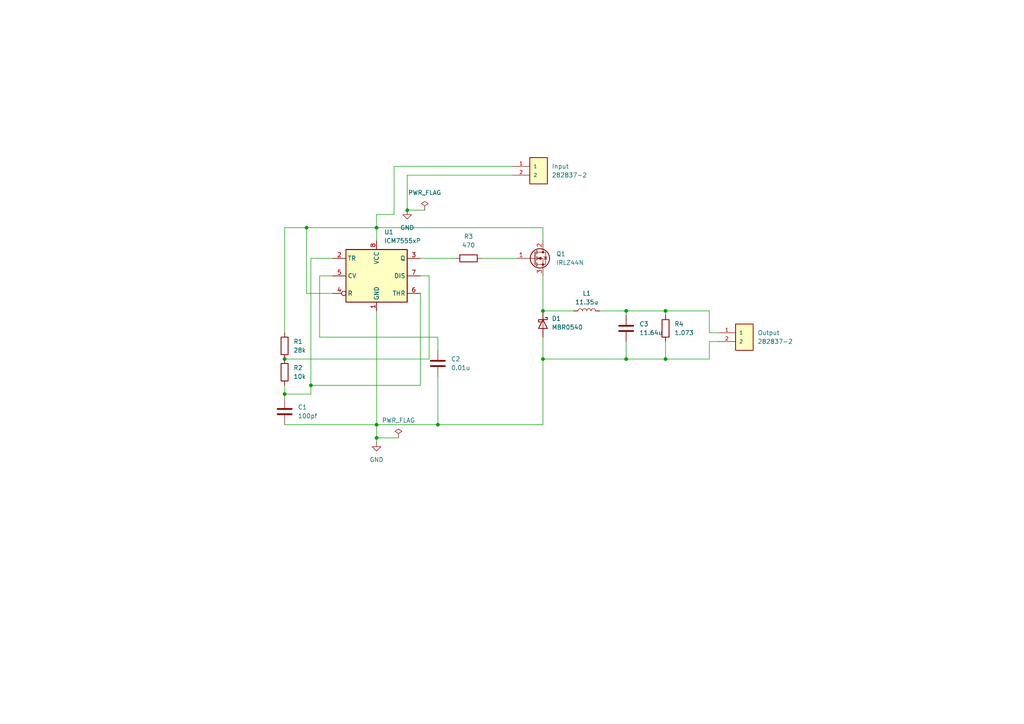
<source format=kicad_sch>
(kicad_sch
	(version 20231120)
	(generator "eeschema")
	(generator_version "8.0")
	(uuid "a003944b-a54f-4c78-8a74-df69c1a22149")
	(paper "A4")
	(lib_symbols
		(symbol "282837-2:282837-2"
			(pin_names
				(offset 1.016)
			)
			(exclude_from_sim no)
			(in_bom yes)
			(on_board yes)
			(property "Reference" "P"
				(at -2.5406 2.5438 0)
				(effects
					(font
						(size 1.27 1.27)
					)
					(justify left bottom)
				)
			)
			(property "Value" "282837-2"
				(at -2.5424 -6.3745 0)
				(effects
					(font
						(size 1.27 1.27)
					)
					(justify left bottom)
				)
			)
			(property "Footprint" "282837-2:TE_282837-2"
				(at 0 0 0)
				(effects
					(font
						(size 1.27 1.27)
					)
					(justify bottom)
					(hide yes)
				)
			)
			(property "Datasheet" ""
				(at 0 0 0)
				(effects
					(font
						(size 1.27 1.27)
					)
					(hide yes)
				)
			)
			(property "Description" ""
				(at 0 0 0)
				(effects
					(font
						(size 1.27 1.27)
					)
					(hide yes)
				)
			)
			(property "Comment" "282837-2"
				(at 0 0 0)
				(effects
					(font
						(size 1.27 1.27)
					)
					(justify bottom)
					(hide yes)
				)
			)
			(property "MF" "TE Connectivity"
				(at 0 0 0)
				(effects
					(font
						(size 1.27 1.27)
					)
					(justify bottom)
					(hide yes)
				)
			)
			(property "DESCRIPTION" "TERMINAL BLOCK 3.5MM 2POS PCB"
				(at 0 0 0)
				(effects
					(font
						(size 1.27 1.27)
					)
					(justify bottom)
					(hide yes)
				)
			)
			(property "PACKAGE" "None"
				(at 0 0 0)
				(effects
					(font
						(size 1.27 1.27)
					)
					(justify bottom)
					(hide yes)
				)
			)
			(property "PRICE" "0.28 USD"
				(at 0 0 0)
				(effects
					(font
						(size 1.27 1.27)
					)
					(justify bottom)
					(hide yes)
				)
			)
			(property "Package" "None"
				(at 0 0 0)
				(effects
					(font
						(size 1.27 1.27)
					)
					(justify bottom)
					(hide yes)
				)
			)
			(property "Check_prices" "https://www.snapeda.com/parts/282837-2/TE+Connectivity+AMP+Connectors/view-part/?ref=eda"
				(at 0 0 0)
				(effects
					(font
						(size 1.27 1.27)
					)
					(justify bottom)
					(hide yes)
				)
			)
			(property "Price" "None"
				(at 0 0 0)
				(effects
					(font
						(size 1.27 1.27)
					)
					(justify bottom)
					(hide yes)
				)
			)
			(property "PARTREV" "G3"
				(at 0 0 0)
				(effects
					(font
						(size 1.27 1.27)
					)
					(justify bottom)
					(hide yes)
				)
			)
			(property "SnapEDA_Link" "https://www.snapeda.com/parts/282837-2/TE+Connectivity+AMP+Connectors/view-part/?ref=snap"
				(at 0 0 0)
				(effects
					(font
						(size 1.27 1.27)
					)
					(justify bottom)
					(hide yes)
				)
			)
			(property "MP" "282837-2"
				(at 0 0 0)
				(effects
					(font
						(size 1.27 1.27)
					)
					(justify bottom)
					(hide yes)
				)
			)
			(property "Availability" "In Stock"
				(at 0 0 0)
				(effects
					(font
						(size 1.27 1.27)
					)
					(justify bottom)
					(hide yes)
				)
			)
			(property "AVAILABILITY" "Good"
				(at 0 0 0)
				(effects
					(font
						(size 1.27 1.27)
					)
					(justify bottom)
					(hide yes)
				)
			)
			(property "Description_1" "\nTerminal Block Connector Wire Receptacle 2 5.08 mm 30-16 AWG Green 13.5 A 250 V | TE Connectivity 282837-2\n"
				(at 0 0 0)
				(effects
					(font
						(size 1.27 1.27)
					)
					(justify bottom)
					(hide yes)
				)
			)
			(symbol "282837-2_0_0"
				(rectangle
					(start -2.54 -5.08)
					(end 2.54 2.54)
					(stroke
						(width 0.254)
						(type default)
					)
					(fill
						(type background)
					)
				)
				(pin passive line
					(at -7.62 0 0)
					(length 5.08)
					(name "1"
						(effects
							(font
								(size 1.016 1.016)
							)
						)
					)
					(number "1"
						(effects
							(font
								(size 1.016 1.016)
							)
						)
					)
				)
				(pin passive line
					(at -7.62 -2.54 0)
					(length 5.08)
					(name "2"
						(effects
							(font
								(size 1.016 1.016)
							)
						)
					)
					(number "2"
						(effects
							(font
								(size 1.016 1.016)
							)
						)
					)
				)
			)
		)
		(symbol "Device:C"
			(pin_numbers hide)
			(pin_names
				(offset 0.254)
			)
			(exclude_from_sim no)
			(in_bom yes)
			(on_board yes)
			(property "Reference" "C"
				(at 0.635 2.54 0)
				(effects
					(font
						(size 1.27 1.27)
					)
					(justify left)
				)
			)
			(property "Value" "C"
				(at 0.635 -2.54 0)
				(effects
					(font
						(size 1.27 1.27)
					)
					(justify left)
				)
			)
			(property "Footprint" ""
				(at 0.9652 -3.81 0)
				(effects
					(font
						(size 1.27 1.27)
					)
					(hide yes)
				)
			)
			(property "Datasheet" "~"
				(at 0 0 0)
				(effects
					(font
						(size 1.27 1.27)
					)
					(hide yes)
				)
			)
			(property "Description" "Unpolarized capacitor"
				(at 0 0 0)
				(effects
					(font
						(size 1.27 1.27)
					)
					(hide yes)
				)
			)
			(property "ki_keywords" "cap capacitor"
				(at 0 0 0)
				(effects
					(font
						(size 1.27 1.27)
					)
					(hide yes)
				)
			)
			(property "ki_fp_filters" "C_*"
				(at 0 0 0)
				(effects
					(font
						(size 1.27 1.27)
					)
					(hide yes)
				)
			)
			(symbol "C_0_1"
				(polyline
					(pts
						(xy -2.032 -0.762) (xy 2.032 -0.762)
					)
					(stroke
						(width 0.508)
						(type default)
					)
					(fill
						(type none)
					)
				)
				(polyline
					(pts
						(xy -2.032 0.762) (xy 2.032 0.762)
					)
					(stroke
						(width 0.508)
						(type default)
					)
					(fill
						(type none)
					)
				)
			)
			(symbol "C_1_1"
				(pin passive line
					(at 0 3.81 270)
					(length 2.794)
					(name "~"
						(effects
							(font
								(size 1.27 1.27)
							)
						)
					)
					(number "1"
						(effects
							(font
								(size 1.27 1.27)
							)
						)
					)
				)
				(pin passive line
					(at 0 -3.81 90)
					(length 2.794)
					(name "~"
						(effects
							(font
								(size 1.27 1.27)
							)
						)
					)
					(number "2"
						(effects
							(font
								(size 1.27 1.27)
							)
						)
					)
				)
			)
		)
		(symbol "Device:L"
			(pin_numbers hide)
			(pin_names
				(offset 1.016) hide)
			(exclude_from_sim no)
			(in_bom yes)
			(on_board yes)
			(property "Reference" "L"
				(at -1.27 0 90)
				(effects
					(font
						(size 1.27 1.27)
					)
				)
			)
			(property "Value" "L"
				(at 1.905 0 90)
				(effects
					(font
						(size 1.27 1.27)
					)
				)
			)
			(property "Footprint" ""
				(at 0 0 0)
				(effects
					(font
						(size 1.27 1.27)
					)
					(hide yes)
				)
			)
			(property "Datasheet" "~"
				(at 0 0 0)
				(effects
					(font
						(size 1.27 1.27)
					)
					(hide yes)
				)
			)
			(property "Description" "Inductor"
				(at 0 0 0)
				(effects
					(font
						(size 1.27 1.27)
					)
					(hide yes)
				)
			)
			(property "ki_keywords" "inductor choke coil reactor magnetic"
				(at 0 0 0)
				(effects
					(font
						(size 1.27 1.27)
					)
					(hide yes)
				)
			)
			(property "ki_fp_filters" "Choke_* *Coil* Inductor_* L_*"
				(at 0 0 0)
				(effects
					(font
						(size 1.27 1.27)
					)
					(hide yes)
				)
			)
			(symbol "L_0_1"
				(arc
					(start 0 -2.54)
					(mid 0.6323 -1.905)
					(end 0 -1.27)
					(stroke
						(width 0)
						(type default)
					)
					(fill
						(type none)
					)
				)
				(arc
					(start 0 -1.27)
					(mid 0.6323 -0.635)
					(end 0 0)
					(stroke
						(width 0)
						(type default)
					)
					(fill
						(type none)
					)
				)
				(arc
					(start 0 0)
					(mid 0.6323 0.635)
					(end 0 1.27)
					(stroke
						(width 0)
						(type default)
					)
					(fill
						(type none)
					)
				)
				(arc
					(start 0 1.27)
					(mid 0.6323 1.905)
					(end 0 2.54)
					(stroke
						(width 0)
						(type default)
					)
					(fill
						(type none)
					)
				)
			)
			(symbol "L_1_1"
				(pin passive line
					(at 0 3.81 270)
					(length 1.27)
					(name "1"
						(effects
							(font
								(size 1.27 1.27)
							)
						)
					)
					(number "1"
						(effects
							(font
								(size 1.27 1.27)
							)
						)
					)
				)
				(pin passive line
					(at 0 -3.81 90)
					(length 1.27)
					(name "2"
						(effects
							(font
								(size 1.27 1.27)
							)
						)
					)
					(number "2"
						(effects
							(font
								(size 1.27 1.27)
							)
						)
					)
				)
			)
		)
		(symbol "Device:R"
			(pin_numbers hide)
			(pin_names
				(offset 0)
			)
			(exclude_from_sim no)
			(in_bom yes)
			(on_board yes)
			(property "Reference" "R"
				(at 2.032 0 90)
				(effects
					(font
						(size 1.27 1.27)
					)
				)
			)
			(property "Value" "R"
				(at 0 0 90)
				(effects
					(font
						(size 1.27 1.27)
					)
				)
			)
			(property "Footprint" ""
				(at -1.778 0 90)
				(effects
					(font
						(size 1.27 1.27)
					)
					(hide yes)
				)
			)
			(property "Datasheet" "~"
				(at 0 0 0)
				(effects
					(font
						(size 1.27 1.27)
					)
					(hide yes)
				)
			)
			(property "Description" "Resistor"
				(at 0 0 0)
				(effects
					(font
						(size 1.27 1.27)
					)
					(hide yes)
				)
			)
			(property "ki_keywords" "R res resistor"
				(at 0 0 0)
				(effects
					(font
						(size 1.27 1.27)
					)
					(hide yes)
				)
			)
			(property "ki_fp_filters" "R_*"
				(at 0 0 0)
				(effects
					(font
						(size 1.27 1.27)
					)
					(hide yes)
				)
			)
			(symbol "R_0_1"
				(rectangle
					(start -1.016 -2.54)
					(end 1.016 2.54)
					(stroke
						(width 0.254)
						(type default)
					)
					(fill
						(type none)
					)
				)
			)
			(symbol "R_1_1"
				(pin passive line
					(at 0 3.81 270)
					(length 1.27)
					(name "~"
						(effects
							(font
								(size 1.27 1.27)
							)
						)
					)
					(number "1"
						(effects
							(font
								(size 1.27 1.27)
							)
						)
					)
				)
				(pin passive line
					(at 0 -3.81 90)
					(length 1.27)
					(name "~"
						(effects
							(font
								(size 1.27 1.27)
							)
						)
					)
					(number "2"
						(effects
							(font
								(size 1.27 1.27)
							)
						)
					)
				)
			)
		)
		(symbol "Diode:MBR0540"
			(pin_numbers hide)
			(pin_names
				(offset 1.016) hide)
			(exclude_from_sim no)
			(in_bom yes)
			(on_board yes)
			(property "Reference" "D"
				(at 0 2.54 0)
				(effects
					(font
						(size 1.27 1.27)
					)
				)
			)
			(property "Value" "MBR0540"
				(at 0 -2.54 0)
				(effects
					(font
						(size 1.27 1.27)
					)
				)
			)
			(property "Footprint" "Diode_SMD:D_SOD-123"
				(at 0 -4.445 0)
				(effects
					(font
						(size 1.27 1.27)
					)
					(hide yes)
				)
			)
			(property "Datasheet" "http://www.mccsemi.com/up_pdf/MBR0520~MBR0580(SOD123).pdf"
				(at 0 0 0)
				(effects
					(font
						(size 1.27 1.27)
					)
					(hide yes)
				)
			)
			(property "Description" "40V 0.5A Schottky Power Rectifier Diode, SOD-123"
				(at 0 0 0)
				(effects
					(font
						(size 1.27 1.27)
					)
					(hide yes)
				)
			)
			(property "ki_keywords" "diode Schottky"
				(at 0 0 0)
				(effects
					(font
						(size 1.27 1.27)
					)
					(hide yes)
				)
			)
			(property "ki_fp_filters" "D*SOD?123*"
				(at 0 0 0)
				(effects
					(font
						(size 1.27 1.27)
					)
					(hide yes)
				)
			)
			(symbol "MBR0540_0_1"
				(polyline
					(pts
						(xy 1.27 0) (xy -1.27 0)
					)
					(stroke
						(width 0)
						(type default)
					)
					(fill
						(type none)
					)
				)
				(polyline
					(pts
						(xy 1.27 1.27) (xy 1.27 -1.27) (xy -1.27 0) (xy 1.27 1.27)
					)
					(stroke
						(width 0.254)
						(type default)
					)
					(fill
						(type none)
					)
				)
				(polyline
					(pts
						(xy -1.905 0.635) (xy -1.905 1.27) (xy -1.27 1.27) (xy -1.27 -1.27) (xy -0.635 -1.27) (xy -0.635 -0.635)
					)
					(stroke
						(width 0.254)
						(type default)
					)
					(fill
						(type none)
					)
				)
			)
			(symbol "MBR0540_1_1"
				(pin passive line
					(at -3.81 0 0)
					(length 2.54)
					(name "K"
						(effects
							(font
								(size 1.27 1.27)
							)
						)
					)
					(number "1"
						(effects
							(font
								(size 1.27 1.27)
							)
						)
					)
				)
				(pin passive line
					(at 3.81 0 180)
					(length 2.54)
					(name "A"
						(effects
							(font
								(size 1.27 1.27)
							)
						)
					)
					(number "2"
						(effects
							(font
								(size 1.27 1.27)
							)
						)
					)
				)
			)
		)
		(symbol "Timer:ICM7555xP"
			(exclude_from_sim no)
			(in_bom yes)
			(on_board yes)
			(property "Reference" "U"
				(at -10.16 8.89 0)
				(effects
					(font
						(size 1.27 1.27)
					)
					(justify left)
				)
			)
			(property "Value" "ICM7555xP"
				(at 2.54 8.89 0)
				(effects
					(font
						(size 1.27 1.27)
					)
					(justify left)
				)
			)
			(property "Footprint" "Package_DIP:DIP-8_W7.62mm"
				(at 16.51 -10.16 0)
				(effects
					(font
						(size 1.27 1.27)
					)
					(hide yes)
				)
			)
			(property "Datasheet" "http://www.intersil.com/content/dam/Intersil/documents/icm7/icm7555-56.pdf"
				(at 21.59 -10.16 0)
				(effects
					(font
						(size 1.27 1.27)
					)
					(hide yes)
				)
			)
			(property "Description" "CMOS General Purpose Timer, 555 compatible, PDIP-8"
				(at 0 0 0)
				(effects
					(font
						(size 1.27 1.27)
					)
					(hide yes)
				)
			)
			(property "ki_keywords" "single timer 555"
				(at 0 0 0)
				(effects
					(font
						(size 1.27 1.27)
					)
					(hide yes)
				)
			)
			(property "ki_fp_filters" "DIP*W7.62mm*"
				(at 0 0 0)
				(effects
					(font
						(size 1.27 1.27)
					)
					(hide yes)
				)
			)
			(symbol "ICM7555xP_0_0"
				(pin power_in line
					(at 0 -10.16 90)
					(length 2.54)
					(name "GND"
						(effects
							(font
								(size 1.27 1.27)
							)
						)
					)
					(number "1"
						(effects
							(font
								(size 1.27 1.27)
							)
						)
					)
				)
				(pin power_in line
					(at 0 10.16 270)
					(length 2.54)
					(name "VCC"
						(effects
							(font
								(size 1.27 1.27)
							)
						)
					)
					(number "8"
						(effects
							(font
								(size 1.27 1.27)
							)
						)
					)
				)
			)
			(symbol "ICM7555xP_0_1"
				(rectangle
					(start -8.89 -7.62)
					(end 8.89 7.62)
					(stroke
						(width 0.254)
						(type default)
					)
					(fill
						(type background)
					)
				)
				(rectangle
					(start -8.89 -7.62)
					(end 8.89 7.62)
					(stroke
						(width 0.254)
						(type default)
					)
					(fill
						(type background)
					)
				)
			)
			(symbol "ICM7555xP_1_1"
				(pin input line
					(at -12.7 5.08 0)
					(length 3.81)
					(name "TR"
						(effects
							(font
								(size 1.27 1.27)
							)
						)
					)
					(number "2"
						(effects
							(font
								(size 1.27 1.27)
							)
						)
					)
				)
				(pin output line
					(at 12.7 5.08 180)
					(length 3.81)
					(name "Q"
						(effects
							(font
								(size 1.27 1.27)
							)
						)
					)
					(number "3"
						(effects
							(font
								(size 1.27 1.27)
							)
						)
					)
				)
				(pin input inverted
					(at -12.7 -5.08 0)
					(length 3.81)
					(name "R"
						(effects
							(font
								(size 1.27 1.27)
							)
						)
					)
					(number "4"
						(effects
							(font
								(size 1.27 1.27)
							)
						)
					)
				)
				(pin input line
					(at -12.7 0 0)
					(length 3.81)
					(name "CV"
						(effects
							(font
								(size 1.27 1.27)
							)
						)
					)
					(number "5"
						(effects
							(font
								(size 1.27 1.27)
							)
						)
					)
				)
				(pin input line
					(at 12.7 -5.08 180)
					(length 3.81)
					(name "THR"
						(effects
							(font
								(size 1.27 1.27)
							)
						)
					)
					(number "6"
						(effects
							(font
								(size 1.27 1.27)
							)
						)
					)
				)
				(pin input line
					(at 12.7 0 180)
					(length 3.81)
					(name "DIS"
						(effects
							(font
								(size 1.27 1.27)
							)
						)
					)
					(number "7"
						(effects
							(font
								(size 1.27 1.27)
							)
						)
					)
				)
			)
		)
		(symbol "Transistor_FET:IRLZ44N"
			(pin_names hide)
			(exclude_from_sim no)
			(in_bom yes)
			(on_board yes)
			(property "Reference" "Q"
				(at 5.08 1.905 0)
				(effects
					(font
						(size 1.27 1.27)
					)
					(justify left)
				)
			)
			(property "Value" "IRLZ44N"
				(at 5.08 0 0)
				(effects
					(font
						(size 1.27 1.27)
					)
					(justify left)
				)
			)
			(property "Footprint" "Package_TO_SOT_THT:TO-220-3_Vertical"
				(at 5.08 -1.905 0)
				(effects
					(font
						(size 1.27 1.27)
						(italic yes)
					)
					(justify left)
					(hide yes)
				)
			)
			(property "Datasheet" "http://www.irf.com/product-info/datasheets/data/irlz44n.pdf"
				(at 5.08 -3.81 0)
				(effects
					(font
						(size 1.27 1.27)
					)
					(justify left)
					(hide yes)
				)
			)
			(property "Description" "47A Id, 55V Vds, 22mOhm Rds Single N-Channel HEXFET Power MOSFET, TO-220AB"
				(at 0 0 0)
				(effects
					(font
						(size 1.27 1.27)
					)
					(hide yes)
				)
			)
			(property "ki_keywords" "N-Channel HEXFET MOSFET Logic-Level"
				(at 0 0 0)
				(effects
					(font
						(size 1.27 1.27)
					)
					(hide yes)
				)
			)
			(property "ki_fp_filters" "TO?220*"
				(at 0 0 0)
				(effects
					(font
						(size 1.27 1.27)
					)
					(hide yes)
				)
			)
			(symbol "IRLZ44N_0_1"
				(polyline
					(pts
						(xy 0.254 0) (xy -2.54 0)
					)
					(stroke
						(width 0)
						(type default)
					)
					(fill
						(type none)
					)
				)
				(polyline
					(pts
						(xy 0.254 1.905) (xy 0.254 -1.905)
					)
					(stroke
						(width 0.254)
						(type default)
					)
					(fill
						(type none)
					)
				)
				(polyline
					(pts
						(xy 0.762 -1.27) (xy 0.762 -2.286)
					)
					(stroke
						(width 0.254)
						(type default)
					)
					(fill
						(type none)
					)
				)
				(polyline
					(pts
						(xy 0.762 0.508) (xy 0.762 -0.508)
					)
					(stroke
						(width 0.254)
						(type default)
					)
					(fill
						(type none)
					)
				)
				(polyline
					(pts
						(xy 0.762 2.286) (xy 0.762 1.27)
					)
					(stroke
						(width 0.254)
						(type default)
					)
					(fill
						(type none)
					)
				)
				(polyline
					(pts
						(xy 2.54 2.54) (xy 2.54 1.778)
					)
					(stroke
						(width 0)
						(type default)
					)
					(fill
						(type none)
					)
				)
				(polyline
					(pts
						(xy 2.54 -2.54) (xy 2.54 0) (xy 0.762 0)
					)
					(stroke
						(width 0)
						(type default)
					)
					(fill
						(type none)
					)
				)
				(polyline
					(pts
						(xy 0.762 -1.778) (xy 3.302 -1.778) (xy 3.302 1.778) (xy 0.762 1.778)
					)
					(stroke
						(width 0)
						(type default)
					)
					(fill
						(type none)
					)
				)
				(polyline
					(pts
						(xy 1.016 0) (xy 2.032 0.381) (xy 2.032 -0.381) (xy 1.016 0)
					)
					(stroke
						(width 0)
						(type default)
					)
					(fill
						(type outline)
					)
				)
				(polyline
					(pts
						(xy 2.794 0.508) (xy 2.921 0.381) (xy 3.683 0.381) (xy 3.81 0.254)
					)
					(stroke
						(width 0)
						(type default)
					)
					(fill
						(type none)
					)
				)
				(polyline
					(pts
						(xy 3.302 0.381) (xy 2.921 -0.254) (xy 3.683 -0.254) (xy 3.302 0.381)
					)
					(stroke
						(width 0)
						(type default)
					)
					(fill
						(type none)
					)
				)
				(circle
					(center 1.651 0)
					(radius 2.794)
					(stroke
						(width 0.254)
						(type default)
					)
					(fill
						(type none)
					)
				)
				(circle
					(center 2.54 -1.778)
					(radius 0.254)
					(stroke
						(width 0)
						(type default)
					)
					(fill
						(type outline)
					)
				)
				(circle
					(center 2.54 1.778)
					(radius 0.254)
					(stroke
						(width 0)
						(type default)
					)
					(fill
						(type outline)
					)
				)
			)
			(symbol "IRLZ44N_1_1"
				(pin input line
					(at -5.08 0 0)
					(length 2.54)
					(name "G"
						(effects
							(font
								(size 1.27 1.27)
							)
						)
					)
					(number "1"
						(effects
							(font
								(size 1.27 1.27)
							)
						)
					)
				)
				(pin passive line
					(at 2.54 5.08 270)
					(length 2.54)
					(name "D"
						(effects
							(font
								(size 1.27 1.27)
							)
						)
					)
					(number "2"
						(effects
							(font
								(size 1.27 1.27)
							)
						)
					)
				)
				(pin passive line
					(at 2.54 -5.08 90)
					(length 2.54)
					(name "S"
						(effects
							(font
								(size 1.27 1.27)
							)
						)
					)
					(number "3"
						(effects
							(font
								(size 1.27 1.27)
							)
						)
					)
				)
			)
		)
		(symbol "power:GND"
			(power)
			(pin_numbers hide)
			(pin_names
				(offset 0) hide)
			(exclude_from_sim no)
			(in_bom yes)
			(on_board yes)
			(property "Reference" "#PWR"
				(at 0 -6.35 0)
				(effects
					(font
						(size 1.27 1.27)
					)
					(hide yes)
				)
			)
			(property "Value" "GND"
				(at 0 -3.81 0)
				(effects
					(font
						(size 1.27 1.27)
					)
				)
			)
			(property "Footprint" ""
				(at 0 0 0)
				(effects
					(font
						(size 1.27 1.27)
					)
					(hide yes)
				)
			)
			(property "Datasheet" ""
				(at 0 0 0)
				(effects
					(font
						(size 1.27 1.27)
					)
					(hide yes)
				)
			)
			(property "Description" "Power symbol creates a global label with name \"GND\" , ground"
				(at 0 0 0)
				(effects
					(font
						(size 1.27 1.27)
					)
					(hide yes)
				)
			)
			(property "ki_keywords" "global power"
				(at 0 0 0)
				(effects
					(font
						(size 1.27 1.27)
					)
					(hide yes)
				)
			)
			(symbol "GND_0_1"
				(polyline
					(pts
						(xy 0 0) (xy 0 -1.27) (xy 1.27 -1.27) (xy 0 -2.54) (xy -1.27 -1.27) (xy 0 -1.27)
					)
					(stroke
						(width 0)
						(type default)
					)
					(fill
						(type none)
					)
				)
			)
			(symbol "GND_1_1"
				(pin power_in line
					(at 0 0 270)
					(length 0)
					(name "~"
						(effects
							(font
								(size 1.27 1.27)
							)
						)
					)
					(number "1"
						(effects
							(font
								(size 1.27 1.27)
							)
						)
					)
				)
			)
		)
		(symbol "power:PWR_FLAG"
			(power)
			(pin_numbers hide)
			(pin_names
				(offset 0) hide)
			(exclude_from_sim no)
			(in_bom yes)
			(on_board yes)
			(property "Reference" "#FLG"
				(at 0 1.905 0)
				(effects
					(font
						(size 1.27 1.27)
					)
					(hide yes)
				)
			)
			(property "Value" "PWR_FLAG"
				(at 0 3.81 0)
				(effects
					(font
						(size 1.27 1.27)
					)
				)
			)
			(property "Footprint" ""
				(at 0 0 0)
				(effects
					(font
						(size 1.27 1.27)
					)
					(hide yes)
				)
			)
			(property "Datasheet" "~"
				(at 0 0 0)
				(effects
					(font
						(size 1.27 1.27)
					)
					(hide yes)
				)
			)
			(property "Description" "Special symbol for telling ERC where power comes from"
				(at 0 0 0)
				(effects
					(font
						(size 1.27 1.27)
					)
					(hide yes)
				)
			)
			(property "ki_keywords" "flag power"
				(at 0 0 0)
				(effects
					(font
						(size 1.27 1.27)
					)
					(hide yes)
				)
			)
			(symbol "PWR_FLAG_0_0"
				(pin power_out line
					(at 0 0 90)
					(length 0)
					(name "~"
						(effects
							(font
								(size 1.27 1.27)
							)
						)
					)
					(number "1"
						(effects
							(font
								(size 1.27 1.27)
							)
						)
					)
				)
			)
			(symbol "PWR_FLAG_0_1"
				(polyline
					(pts
						(xy 0 0) (xy 0 1.27) (xy -1.016 1.905) (xy 0 2.54) (xy 1.016 1.905) (xy 0 1.27)
					)
					(stroke
						(width 0)
						(type default)
					)
					(fill
						(type none)
					)
				)
			)
		)
	)
	(junction
		(at 82.55 104.14)
		(diameter 0)
		(color 0 0 0 0)
		(uuid "029cd38c-d17c-438f-8767-d3776c1ea989")
	)
	(junction
		(at 157.48 90.17)
		(diameter 0)
		(color 0 0 0 0)
		(uuid "0a2ea6f1-a43f-4ac9-9881-2cb46a110f70")
	)
	(junction
		(at 88.9 66.04)
		(diameter 0)
		(color 0 0 0 0)
		(uuid "0fdd86df-2b43-4973-9535-a2aec66298d3")
	)
	(junction
		(at 181.61 104.14)
		(diameter 0)
		(color 0 0 0 0)
		(uuid "1dbc17da-543d-4a60-913e-53f07978680d")
	)
	(junction
		(at 109.22 123.19)
		(diameter 0)
		(color 0 0 0 0)
		(uuid "4999eef0-c144-4622-a748-985f37763a5d")
	)
	(junction
		(at 157.48 104.14)
		(diameter 0)
		(color 0 0 0 0)
		(uuid "4f35b1e1-e94c-4f6b-801a-3453ab5064f2")
	)
	(junction
		(at 193.04 104.14)
		(diameter 0)
		(color 0 0 0 0)
		(uuid "8efc84cd-f7d4-4d17-8da4-103a775f09a4")
	)
	(junction
		(at 193.04 90.17)
		(diameter 0)
		(color 0 0 0 0)
		(uuid "92f59ca8-2e46-40d6-bc96-01ab3a4f40f5")
	)
	(junction
		(at 118.11 60.96)
		(diameter 0)
		(color 0 0 0 0)
		(uuid "acd168c5-3253-467e-9c18-7d396936bdde")
	)
	(junction
		(at 90.17 111.76)
		(diameter 0)
		(color 0 0 0 0)
		(uuid "cecd0be8-b141-42d3-893d-d4661d292e6b")
	)
	(junction
		(at 82.55 114.3)
		(diameter 0)
		(color 0 0 0 0)
		(uuid "e89a8efa-673a-4435-bb4d-5c739bdbb8d7")
	)
	(junction
		(at 181.61 90.17)
		(diameter 0)
		(color 0 0 0 0)
		(uuid "e9c98736-52ba-471d-84f1-bde60486e427")
	)
	(junction
		(at 109.22 66.04)
		(diameter 0)
		(color 0 0 0 0)
		(uuid "ee4d7cde-dceb-46a6-8a2b-dbe33983d575")
	)
	(junction
		(at 109.22 127)
		(diameter 0)
		(color 0 0 0 0)
		(uuid "fa416aa0-55f0-4e50-9c8b-8eb66bb60dd9")
	)
	(junction
		(at 127 123.19)
		(diameter 0)
		(color 0 0 0 0)
		(uuid "fd6a8612-ba74-4812-969e-db9cbbec9d60")
	)
	(wire
		(pts
			(xy 92.71 80.01) (xy 92.71 97.79)
		)
		(stroke
			(width 0)
			(type default)
		)
		(uuid "01aa57ca-2ff1-476f-af9a-4c4f3d9d9962")
	)
	(wire
		(pts
			(xy 90.17 111.76) (xy 121.92 111.76)
		)
		(stroke
			(width 0)
			(type default)
		)
		(uuid "05913aed-0d52-4761-a896-e105f94a53c8")
	)
	(wire
		(pts
			(xy 109.22 127) (xy 115.57 127)
		)
		(stroke
			(width 0)
			(type default)
		)
		(uuid "05e196e5-929d-4377-a4a6-b1607e950bbc")
	)
	(wire
		(pts
			(xy 109.22 66.04) (xy 109.22 69.85)
		)
		(stroke
			(width 0)
			(type default)
		)
		(uuid "0612a38c-deca-4ba0-977e-23cb2d83e625")
	)
	(wire
		(pts
			(xy 92.71 97.79) (xy 127 97.79)
		)
		(stroke
			(width 0)
			(type default)
		)
		(uuid "10132566-c88b-40e4-bd20-0fb869aa4ebd")
	)
	(wire
		(pts
			(xy 82.55 66.04) (xy 88.9 66.04)
		)
		(stroke
			(width 0)
			(type default)
		)
		(uuid "15950c71-8cf7-4308-bdc1-16b9efebf75f")
	)
	(wire
		(pts
			(xy 181.61 104.14) (xy 193.04 104.14)
		)
		(stroke
			(width 0)
			(type default)
		)
		(uuid "166b270e-7ed8-4f8d-b5c6-76ddedaff1be")
	)
	(wire
		(pts
			(xy 121.92 111.76) (xy 121.92 85.09)
		)
		(stroke
			(width 0)
			(type default)
		)
		(uuid "17c8cc42-7358-4487-8164-e51081a81190")
	)
	(wire
		(pts
			(xy 157.48 69.85) (xy 157.48 66.04)
		)
		(stroke
			(width 0)
			(type default)
		)
		(uuid "19940aaa-6629-4863-ac4c-30cd9fbe9dcd")
	)
	(wire
		(pts
			(xy 109.22 62.23) (xy 109.22 66.04)
		)
		(stroke
			(width 0)
			(type default)
		)
		(uuid "1c648208-4a7d-4ba7-80da-3a3de0d5d487")
	)
	(wire
		(pts
			(xy 96.52 80.01) (xy 92.71 80.01)
		)
		(stroke
			(width 0)
			(type default)
		)
		(uuid "2158cedd-217e-4494-b238-f05d3222cf3c")
	)
	(wire
		(pts
			(xy 127 123.19) (xy 109.22 123.19)
		)
		(stroke
			(width 0)
			(type default)
		)
		(uuid "229ec059-57ac-4612-a021-bded2d7b3f02")
	)
	(wire
		(pts
			(xy 82.55 114.3) (xy 90.17 114.3)
		)
		(stroke
			(width 0)
			(type default)
		)
		(uuid "2945457c-f1cb-4735-bac8-2a9e7343d528")
	)
	(wire
		(pts
			(xy 193.04 90.17) (xy 181.61 90.17)
		)
		(stroke
			(width 0)
			(type default)
		)
		(uuid "3b74285a-5cda-40d6-8713-b04164c8f14e")
	)
	(wire
		(pts
			(xy 181.61 104.14) (xy 181.61 99.06)
		)
		(stroke
			(width 0)
			(type default)
		)
		(uuid "3e6e9189-b203-47f8-b7a3-a414ac670c56")
	)
	(wire
		(pts
			(xy 124.46 80.01) (xy 124.46 104.14)
		)
		(stroke
			(width 0)
			(type default)
		)
		(uuid "50cbba55-4afe-4c63-a279-7adfe22746c6")
	)
	(wire
		(pts
			(xy 157.48 104.14) (xy 181.61 104.14)
		)
		(stroke
			(width 0)
			(type default)
		)
		(uuid "567774b9-6e81-4399-b21d-1f2d61e50e50")
	)
	(wire
		(pts
			(xy 205.74 99.06) (xy 205.74 104.14)
		)
		(stroke
			(width 0)
			(type default)
		)
		(uuid "5aff8697-8a21-45c7-8056-bb1abf7a1dd1")
	)
	(wire
		(pts
			(xy 121.92 80.01) (xy 124.46 80.01)
		)
		(stroke
			(width 0)
			(type default)
		)
		(uuid "608b88cb-ad4a-423f-a547-62a8dad02472")
	)
	(wire
		(pts
			(xy 148.59 50.8) (xy 118.11 50.8)
		)
		(stroke
			(width 0)
			(type default)
		)
		(uuid "61d4d389-98a4-4c7a-9e15-c1545fcc6e3d")
	)
	(wire
		(pts
			(xy 114.3 48.26) (xy 148.59 48.26)
		)
		(stroke
			(width 0)
			(type default)
		)
		(uuid "61e9cb8a-1161-48ac-9f0e-0154516078db")
	)
	(wire
		(pts
			(xy 96.52 74.93) (xy 90.17 74.93)
		)
		(stroke
			(width 0)
			(type default)
		)
		(uuid "661794be-c496-491e-94da-86b7a98e5ce4")
	)
	(wire
		(pts
			(xy 193.04 90.17) (xy 205.74 90.17)
		)
		(stroke
			(width 0)
			(type default)
		)
		(uuid "7615330f-3163-46d6-9ec3-a30457978f79")
	)
	(wire
		(pts
			(xy 82.55 111.76) (xy 82.55 114.3)
		)
		(stroke
			(width 0)
			(type default)
		)
		(uuid "76bfcc03-8488-4227-9550-f922cd1e5d47")
	)
	(wire
		(pts
			(xy 109.22 90.17) (xy 109.22 123.19)
		)
		(stroke
			(width 0)
			(type default)
		)
		(uuid "78baaca0-a8b5-4143-b4cc-a1ce9a730af5")
	)
	(wire
		(pts
			(xy 88.9 66.04) (xy 109.22 66.04)
		)
		(stroke
			(width 0)
			(type default)
		)
		(uuid "79d08873-f32f-416c-8a98-8581307f2b3a")
	)
	(wire
		(pts
			(xy 139.7 74.93) (xy 149.86 74.93)
		)
		(stroke
			(width 0)
			(type default)
		)
		(uuid "7c3454cb-dea0-4c46-adcd-f3d8e888e129")
	)
	(wire
		(pts
			(xy 109.22 127) (xy 109.22 128.27)
		)
		(stroke
			(width 0)
			(type default)
		)
		(uuid "7e2248e5-c937-4d3e-bd1d-4f4feddf4dbb")
	)
	(wire
		(pts
			(xy 82.55 114.3) (xy 82.55 115.57)
		)
		(stroke
			(width 0)
			(type default)
		)
		(uuid "8447bbbc-6539-4570-baef-85f885db3a20")
	)
	(wire
		(pts
			(xy 193.04 104.14) (xy 193.04 99.06)
		)
		(stroke
			(width 0)
			(type default)
		)
		(uuid "86fecf15-38ee-407d-8a5d-56a94792427a")
	)
	(wire
		(pts
			(xy 82.55 104.14) (xy 124.46 104.14)
		)
		(stroke
			(width 0)
			(type default)
		)
		(uuid "8a26f903-0235-41f1-b0b6-d6bfccbd9a30")
	)
	(wire
		(pts
			(xy 193.04 91.44) (xy 193.04 90.17)
		)
		(stroke
			(width 0)
			(type default)
		)
		(uuid "8add2828-c581-4d52-b707-597969656465")
	)
	(wire
		(pts
			(xy 118.11 60.96) (xy 123.19 60.96)
		)
		(stroke
			(width 0)
			(type default)
		)
		(uuid "8dcd4461-440b-4346-be81-9a98efdc062f")
	)
	(wire
		(pts
			(xy 208.28 96.52) (xy 205.74 96.52)
		)
		(stroke
			(width 0)
			(type default)
		)
		(uuid "8f06d0d5-f90f-4e8d-bf24-0959308e97cb")
	)
	(wire
		(pts
			(xy 114.3 62.23) (xy 109.22 62.23)
		)
		(stroke
			(width 0)
			(type default)
		)
		(uuid "919a4ef8-5182-4496-8bc2-eb66cabc2849")
	)
	(wire
		(pts
			(xy 157.48 90.17) (xy 166.37 90.17)
		)
		(stroke
			(width 0)
			(type default)
		)
		(uuid "9a275714-42a8-425a-97fd-2f8aa8c88284")
	)
	(wire
		(pts
			(xy 90.17 114.3) (xy 90.17 111.76)
		)
		(stroke
			(width 0)
			(type default)
		)
		(uuid "a09a1211-c1de-40bb-b059-d86b1d003cb3")
	)
	(wire
		(pts
			(xy 96.52 85.09) (xy 88.9 85.09)
		)
		(stroke
			(width 0)
			(type default)
		)
		(uuid "a3ed73cb-ff63-4564-ba90-e0fddb219db3")
	)
	(wire
		(pts
			(xy 127 123.19) (xy 157.48 123.19)
		)
		(stroke
			(width 0)
			(type default)
		)
		(uuid "a5f8d5a5-a358-4c98-847e-892c37fa95f7")
	)
	(wire
		(pts
			(xy 118.11 50.8) (xy 118.11 60.96)
		)
		(stroke
			(width 0)
			(type default)
		)
		(uuid "ab3dda38-ae4e-44a0-aa1c-f6e9b02aaa2e")
	)
	(wire
		(pts
			(xy 109.22 123.19) (xy 109.22 127)
		)
		(stroke
			(width 0)
			(type default)
		)
		(uuid "b00fa40e-94c7-47e5-b3e5-154f8109c000")
	)
	(wire
		(pts
			(xy 205.74 96.52) (xy 205.74 90.17)
		)
		(stroke
			(width 0)
			(type default)
		)
		(uuid "b026b3f4-46fd-420c-938d-bd29e6f6b1f3")
	)
	(wire
		(pts
			(xy 114.3 62.23) (xy 114.3 48.26)
		)
		(stroke
			(width 0)
			(type default)
		)
		(uuid "b08d263f-8a70-4ab2-9c8b-89fc06f904d1")
	)
	(wire
		(pts
			(xy 90.17 74.93) (xy 90.17 111.76)
		)
		(stroke
			(width 0)
			(type default)
		)
		(uuid "b1e48495-b478-4e4b-ba69-c6a577207598")
	)
	(wire
		(pts
			(xy 82.55 96.52) (xy 82.55 66.04)
		)
		(stroke
			(width 0)
			(type default)
		)
		(uuid "b26b0b56-bac8-40b9-bce3-ea9bc845e8f2")
	)
	(wire
		(pts
			(xy 157.48 123.19) (xy 157.48 104.14)
		)
		(stroke
			(width 0)
			(type default)
		)
		(uuid "b7bcd182-bb7f-4a3a-870e-f821ea831a9d")
	)
	(wire
		(pts
			(xy 127 97.79) (xy 127 101.6)
		)
		(stroke
			(width 0)
			(type default)
		)
		(uuid "bdcd3d35-f438-4309-9d45-a6437423261b")
	)
	(wire
		(pts
			(xy 157.48 97.79) (xy 157.48 104.14)
		)
		(stroke
			(width 0)
			(type default)
		)
		(uuid "ce66769e-c736-4d04-9b07-89c2ba22369f")
	)
	(wire
		(pts
			(xy 82.55 123.19) (xy 109.22 123.19)
		)
		(stroke
			(width 0)
			(type default)
		)
		(uuid "d60f00b8-8c9c-4cec-adff-56e58f367bb0")
	)
	(wire
		(pts
			(xy 208.28 99.06) (xy 205.74 99.06)
		)
		(stroke
			(width 0)
			(type default)
		)
		(uuid "dbebcba3-ed67-49a5-87bf-20349aebc968")
	)
	(wire
		(pts
			(xy 193.04 104.14) (xy 205.74 104.14)
		)
		(stroke
			(width 0)
			(type default)
		)
		(uuid "ddefb834-af02-4bf5-b4eb-d67dc7819558")
	)
	(wire
		(pts
			(xy 157.48 66.04) (xy 109.22 66.04)
		)
		(stroke
			(width 0)
			(type default)
		)
		(uuid "e1146ffc-286d-4dba-bb3c-a74150e7dc14")
	)
	(wire
		(pts
			(xy 121.92 74.93) (xy 132.08 74.93)
		)
		(stroke
			(width 0)
			(type default)
		)
		(uuid "f16dfd30-329f-4243-bd0b-401cdc47a9fa")
	)
	(wire
		(pts
			(xy 157.48 80.01) (xy 157.48 90.17)
		)
		(stroke
			(width 0)
			(type default)
		)
		(uuid "f3ade61d-ce67-4980-b945-ce221f51504e")
	)
	(wire
		(pts
			(xy 127 109.22) (xy 127 123.19)
		)
		(stroke
			(width 0)
			(type default)
		)
		(uuid "f71de589-6839-4b8b-b250-a4fd3d9a5f1e")
	)
	(wire
		(pts
			(xy 181.61 90.17) (xy 181.61 91.44)
		)
		(stroke
			(width 0)
			(type default)
		)
		(uuid "f807c750-c915-47da-b54b-70ee73561a64")
	)
	(wire
		(pts
			(xy 173.99 90.17) (xy 181.61 90.17)
		)
		(stroke
			(width 0)
			(type default)
		)
		(uuid "fc85dc50-5688-45cb-9c50-df85102c8aaf")
	)
	(wire
		(pts
			(xy 88.9 85.09) (xy 88.9 66.04)
		)
		(stroke
			(width 0)
			(type default)
		)
		(uuid "fd168a52-4c01-44b2-9c96-4249b2414fb4")
	)
	(symbol
		(lib_id "power:PWR_FLAG")
		(at 115.57 127 0)
		(unit 1)
		(exclude_from_sim no)
		(in_bom yes)
		(on_board yes)
		(dnp no)
		(fields_autoplaced yes)
		(uuid "0730682d-aec8-4859-a118-7ee442f05c37")
		(property "Reference" "#FLG02"
			(at 115.57 125.095 0)
			(effects
				(font
					(size 1.27 1.27)
				)
				(hide yes)
			)
		)
		(property "Value" "PWR_FLAG"
			(at 115.57 121.92 0)
			(effects
				(font
					(size 1.27 1.27)
				)
			)
		)
		(property "Footprint" ""
			(at 115.57 127 0)
			(effects
				(font
					(size 1.27 1.27)
				)
				(hide yes)
			)
		)
		(property "Datasheet" "~"
			(at 115.57 127 0)
			(effects
				(font
					(size 1.27 1.27)
				)
				(hide yes)
			)
		)
		(property "Description" "Special symbol for telling ERC where power comes from"
			(at 115.57 127 0)
			(effects
				(font
					(size 1.27 1.27)
				)
				(hide yes)
			)
		)
		(pin "1"
			(uuid "0698fa82-293f-4f8c-9403-7c625edd732d")
		)
		(instances
			(project "Encore_Sch"
				(path "/a003944b-a54f-4c78-8a74-df69c1a22149"
					(reference "#FLG02")
					(unit 1)
				)
			)
		)
	)
	(symbol
		(lib_id "Device:R")
		(at 193.04 95.25 180)
		(unit 1)
		(exclude_from_sim no)
		(in_bom yes)
		(on_board yes)
		(dnp no)
		(fields_autoplaced yes)
		(uuid "0ddf56a8-46ba-47fa-b3db-ed7a3608086c")
		(property "Reference" "R4"
			(at 195.58 93.9799 0)
			(effects
				(font
					(size 1.27 1.27)
				)
				(justify right)
			)
		)
		(property "Value" "1.073"
			(at 195.58 96.5199 0)
			(effects
				(font
					(size 1.27 1.27)
				)
				(justify right)
			)
		)
		(property "Footprint" "Resistor_SMD:R_0201_0603Metric"
			(at 194.818 95.25 90)
			(effects
				(font
					(size 1.27 1.27)
				)
				(hide yes)
			)
		)
		(property "Datasheet" "~"
			(at 193.04 95.25 0)
			(effects
				(font
					(size 1.27 1.27)
				)
				(hide yes)
			)
		)
		(property "Description" "Resistor"
			(at 193.04 95.25 0)
			(effects
				(font
					(size 1.27 1.27)
				)
				(hide yes)
			)
		)
		(pin "1"
			(uuid "24e9ebba-a3d8-4131-91bd-f41429773a07")
		)
		(pin "2"
			(uuid "f03f0a3e-ad7c-4a0f-ad4f-2428df1cc279")
		)
		(instances
			(project "Encore_Sch"
				(path "/a003944b-a54f-4c78-8a74-df69c1a22149"
					(reference "R4")
					(unit 1)
				)
			)
		)
	)
	(symbol
		(lib_id "Device:C")
		(at 181.61 95.25 0)
		(unit 1)
		(exclude_from_sim no)
		(in_bom yes)
		(on_board yes)
		(dnp no)
		(fields_autoplaced yes)
		(uuid "19814a36-7038-4dd0-b1f3-3e7791bdc892")
		(property "Reference" "C3"
			(at 185.42 93.9799 0)
			(effects
				(font
					(size 1.27 1.27)
				)
				(justify left)
			)
		)
		(property "Value" "11.64u"
			(at 185.42 96.5199 0)
			(effects
				(font
					(size 1.27 1.27)
				)
				(justify left)
			)
		)
		(property "Footprint" "Capacitor_SMD:C_0201_0603Metric"
			(at 182.5752 99.06 0)
			(effects
				(font
					(size 1.27 1.27)
				)
				(hide yes)
			)
		)
		(property "Datasheet" "~"
			(at 181.61 95.25 0)
			(effects
				(font
					(size 1.27 1.27)
				)
				(hide yes)
			)
		)
		(property "Description" "Unpolarized capacitor"
			(at 181.61 95.25 0)
			(effects
				(font
					(size 1.27 1.27)
				)
				(hide yes)
			)
		)
		(pin "1"
			(uuid "cddd3202-20aa-4cac-ae42-42ae4b8edc3a")
		)
		(pin "2"
			(uuid "32875a8c-bc45-471f-a4ee-4ed49d405edf")
		)
		(instances
			(project "Encore_Sch"
				(path "/a003944b-a54f-4c78-8a74-df69c1a22149"
					(reference "C3")
					(unit 1)
				)
			)
		)
	)
	(symbol
		(lib_id "Timer:ICM7555xP")
		(at 109.22 80.01 0)
		(unit 1)
		(exclude_from_sim no)
		(in_bom yes)
		(on_board yes)
		(dnp no)
		(fields_autoplaced yes)
		(uuid "497a562b-53ba-4dc2-8aa9-63d182934f7e")
		(property "Reference" "U1"
			(at 111.4141 67.31 0)
			(effects
				(font
					(size 1.27 1.27)
				)
				(justify left)
			)
		)
		(property "Value" "ICM7555xP"
			(at 111.4141 69.85 0)
			(effects
				(font
					(size 1.27 1.27)
				)
				(justify left)
			)
		)
		(property "Footprint" "Package_DIP:DIP-8_W7.62mm"
			(at 125.73 90.17 0)
			(effects
				(font
					(size 1.27 1.27)
				)
				(hide yes)
			)
		)
		(property "Datasheet" "http://www.intersil.com/content/dam/Intersil/documents/icm7/icm7555-56.pdf"
			(at 130.81 90.17 0)
			(effects
				(font
					(size 1.27 1.27)
				)
				(hide yes)
			)
		)
		(property "Description" "CMOS General Purpose Timer, 555 compatible, PDIP-8"
			(at 109.22 80.01 0)
			(effects
				(font
					(size 1.27 1.27)
				)
				(hide yes)
			)
		)
		(pin "3"
			(uuid "f4256032-3d1f-436c-bab2-15d46f937b74")
		)
		(pin "2"
			(uuid "9980831d-623f-44b8-9ee6-671fdbabc70d")
		)
		(pin "8"
			(uuid "7ccddb17-97d5-4f01-bc8d-98466b1ab8b0")
		)
		(pin "1"
			(uuid "57c7e6a0-47a5-4f19-9125-9fe1a5cc1091")
		)
		(pin "6"
			(uuid "350a0d67-9754-4190-b112-9f16b81a199d")
		)
		(pin "4"
			(uuid "63612cf1-5b61-4cca-aa89-d42e066608f5")
		)
		(pin "7"
			(uuid "6fb263c2-e9a5-4e72-9387-fd870ec800f9")
		)
		(pin "5"
			(uuid "9b1fd944-c9bf-4206-9a06-e707bc9f7188")
		)
		(instances
			(project ""
				(path "/a003944b-a54f-4c78-8a74-df69c1a22149"
					(reference "U1")
					(unit 1)
				)
			)
		)
	)
	(symbol
		(lib_id "power:GND")
		(at 118.11 60.96 0)
		(unit 1)
		(exclude_from_sim no)
		(in_bom yes)
		(on_board yes)
		(dnp no)
		(fields_autoplaced yes)
		(uuid "4dbec67a-0cc9-4b62-b183-b9c31e709b68")
		(property "Reference" "#PWR01"
			(at 118.11 67.31 0)
			(effects
				(font
					(size 1.27 1.27)
				)
				(hide yes)
			)
		)
		(property "Value" "GND"
			(at 118.11 66.04 0)
			(effects
				(font
					(size 1.27 1.27)
				)
			)
		)
		(property "Footprint" ""
			(at 118.11 60.96 0)
			(effects
				(font
					(size 1.27 1.27)
				)
				(hide yes)
			)
		)
		(property "Datasheet" ""
			(at 118.11 60.96 0)
			(effects
				(font
					(size 1.27 1.27)
				)
				(hide yes)
			)
		)
		(property "Description" "Power symbol creates a global label with name \"GND\" , ground"
			(at 118.11 60.96 0)
			(effects
				(font
					(size 1.27 1.27)
				)
				(hide yes)
			)
		)
		(pin "1"
			(uuid "ee59f5f4-3720-47b3-8177-ef9051506a79")
		)
		(instances
			(project ""
				(path "/a003944b-a54f-4c78-8a74-df69c1a22149"
					(reference "#PWR01")
					(unit 1)
				)
			)
		)
	)
	(symbol
		(lib_id "Device:L")
		(at 170.18 90.17 90)
		(unit 1)
		(exclude_from_sim no)
		(in_bom yes)
		(on_board yes)
		(dnp no)
		(fields_autoplaced yes)
		(uuid "56536852-4a32-4122-bd6e-d79790fb0375")
		(property "Reference" "L1"
			(at 170.18 85.09 90)
			(effects
				(font
					(size 1.27 1.27)
				)
			)
		)
		(property "Value" "11.35u"
			(at 170.18 87.63 90)
			(effects
				(font
					(size 1.27 1.27)
				)
			)
		)
		(property "Footprint" "Inductor_SMD:L_Neosid_SM-PIC0512H"
			(at 170.18 90.17 0)
			(effects
				(font
					(size 1.27 1.27)
				)
				(hide yes)
			)
		)
		(property "Datasheet" "~"
			(at 170.18 90.17 0)
			(effects
				(font
					(size 1.27 1.27)
				)
				(hide yes)
			)
		)
		(property "Description" "Inductor"
			(at 170.18 90.17 0)
			(effects
				(font
					(size 1.27 1.27)
				)
				(hide yes)
			)
		)
		(pin "2"
			(uuid "0abb1688-d35f-4d94-a546-09222a23764b")
		)
		(pin "1"
			(uuid "ad9241ec-f5b0-4a10-b93f-781fe4068435")
		)
		(instances
			(project ""
				(path "/a003944b-a54f-4c78-8a74-df69c1a22149"
					(reference "L1")
					(unit 1)
				)
			)
		)
	)
	(symbol
		(lib_id "power:PWR_FLAG")
		(at 123.19 60.96 0)
		(unit 1)
		(exclude_from_sim no)
		(in_bom yes)
		(on_board yes)
		(dnp no)
		(fields_autoplaced yes)
		(uuid "572469d8-a0e9-4e4f-8f29-a44e042d7053")
		(property "Reference" "#FLG01"
			(at 123.19 59.055 0)
			(effects
				(font
					(size 1.27 1.27)
				)
				(hide yes)
			)
		)
		(property "Value" "PWR_FLAG"
			(at 123.19 55.88 0)
			(effects
				(font
					(size 1.27 1.27)
				)
			)
		)
		(property "Footprint" ""
			(at 123.19 60.96 0)
			(effects
				(font
					(size 1.27 1.27)
				)
				(hide yes)
			)
		)
		(property "Datasheet" "~"
			(at 123.19 60.96 0)
			(effects
				(font
					(size 1.27 1.27)
				)
				(hide yes)
			)
		)
		(property "Description" "Special symbol for telling ERC where power comes from"
			(at 123.19 60.96 0)
			(effects
				(font
					(size 1.27 1.27)
				)
				(hide yes)
			)
		)
		(pin "1"
			(uuid "4bc01286-af5e-4d66-b479-7754bec5060b")
		)
		(instances
			(project ""
				(path "/a003944b-a54f-4c78-8a74-df69c1a22149"
					(reference "#FLG01")
					(unit 1)
				)
			)
		)
	)
	(symbol
		(lib_id "Device:C")
		(at 82.55 119.38 0)
		(unit 1)
		(exclude_from_sim no)
		(in_bom yes)
		(on_board yes)
		(dnp no)
		(fields_autoplaced yes)
		(uuid "5cc6485b-f5e6-40f6-88eb-c9f039fd1f6a")
		(property "Reference" "C1"
			(at 86.36 118.1099 0)
			(effects
				(font
					(size 1.27 1.27)
				)
				(justify left)
			)
		)
		(property "Value" "100pf"
			(at 86.36 120.6499 0)
			(effects
				(font
					(size 1.27 1.27)
				)
				(justify left)
			)
		)
		(property "Footprint" "Capacitor_SMD:C_0201_0603Metric"
			(at 83.5152 123.19 0)
			(effects
				(font
					(size 1.27 1.27)
				)
				(hide yes)
			)
		)
		(property "Datasheet" "~"
			(at 82.55 119.38 0)
			(effects
				(font
					(size 1.27 1.27)
				)
				(hide yes)
			)
		)
		(property "Description" "Unpolarized capacitor"
			(at 82.55 119.38 0)
			(effects
				(font
					(size 1.27 1.27)
				)
				(hide yes)
			)
		)
		(pin "1"
			(uuid "3e92bb34-5097-400a-8308-33d3f83044b9")
		)
		(pin "2"
			(uuid "1b38d029-c93d-40b2-a53a-203725d45c94")
		)
		(instances
			(project ""
				(path "/a003944b-a54f-4c78-8a74-df69c1a22149"
					(reference "C1")
					(unit 1)
				)
			)
		)
	)
	(symbol
		(lib_id "Transistor_FET:IRLZ44N")
		(at 154.94 74.93 0)
		(unit 1)
		(exclude_from_sim no)
		(in_bom yes)
		(on_board yes)
		(dnp no)
		(fields_autoplaced yes)
		(uuid "88f10205-0323-40be-838f-26ff6eaa8c91")
		(property "Reference" "Q1"
			(at 161.29 73.6599 0)
			(effects
				(font
					(size 1.27 1.27)
				)
				(justify left)
			)
		)
		(property "Value" "IRLZ44N"
			(at 161.29 76.1999 0)
			(effects
				(font
					(size 1.27 1.27)
				)
				(justify left)
			)
		)
		(property "Footprint" "Package_TO_SOT_THT:TO-220-3_Vertical"
			(at 160.02 76.835 0)
			(effects
				(font
					(size 1.27 1.27)
					(italic yes)
				)
				(justify left)
				(hide yes)
			)
		)
		(property "Datasheet" "http://www.irf.com/product-info/datasheets/data/irlz44n.pdf"
			(at 160.02 78.74 0)
			(effects
				(font
					(size 1.27 1.27)
				)
				(justify left)
				(hide yes)
			)
		)
		(property "Description" "47A Id, 55V Vds, 22mOhm Rds Single N-Channel HEXFET Power MOSFET, TO-220AB"
			(at 154.94 74.93 0)
			(effects
				(font
					(size 1.27 1.27)
				)
				(hide yes)
			)
		)
		(pin "2"
			(uuid "e522508e-5ea8-4723-b128-f4bad8b9798e")
		)
		(pin "3"
			(uuid "126f621c-b581-4a63-a84f-5bc27e1fe88b")
		)
		(pin "1"
			(uuid "346f90c9-fc97-4284-81e9-db6f36f29aa0")
		)
		(instances
			(project ""
				(path "/a003944b-a54f-4c78-8a74-df69c1a22149"
					(reference "Q1")
					(unit 1)
				)
			)
		)
	)
	(symbol
		(lib_id "power:GND")
		(at 109.22 128.27 0)
		(unit 1)
		(exclude_from_sim no)
		(in_bom yes)
		(on_board yes)
		(dnp no)
		(fields_autoplaced yes)
		(uuid "9b64efd1-5271-420b-97f3-724b223f5cb2")
		(property "Reference" "#PWR02"
			(at 109.22 134.62 0)
			(effects
				(font
					(size 1.27 1.27)
				)
				(hide yes)
			)
		)
		(property "Value" "GND"
			(at 109.22 133.35 0)
			(effects
				(font
					(size 1.27 1.27)
				)
			)
		)
		(property "Footprint" ""
			(at 109.22 128.27 0)
			(effects
				(font
					(size 1.27 1.27)
				)
				(hide yes)
			)
		)
		(property "Datasheet" ""
			(at 109.22 128.27 0)
			(effects
				(font
					(size 1.27 1.27)
				)
				(hide yes)
			)
		)
		(property "Description" "Power symbol creates a global label with name \"GND\" , ground"
			(at 109.22 128.27 0)
			(effects
				(font
					(size 1.27 1.27)
				)
				(hide yes)
			)
		)
		(pin "1"
			(uuid "bed8ab4d-38a7-41f1-8ada-3506aeeaad87")
		)
		(instances
			(project ""
				(path "/a003944b-a54f-4c78-8a74-df69c1a22149"
					(reference "#PWR02")
					(unit 1)
				)
			)
		)
	)
	(symbol
		(lib_id "282837-2:282837-2")
		(at 215.9 96.52 0)
		(unit 1)
		(exclude_from_sim no)
		(in_bom yes)
		(on_board yes)
		(dnp no)
		(fields_autoplaced yes)
		(uuid "a10be23b-002e-47bb-8e47-236da753ffcc")
		(property "Reference" "Output"
			(at 219.71 96.5199 0)
			(effects
				(font
					(size 1.27 1.27)
				)
				(justify left)
			)
		)
		(property "Value" "282837-2"
			(at 219.71 99.0599 0)
			(effects
				(font
					(size 1.27 1.27)
				)
				(justify left)
			)
		)
		(property "Footprint" "282837-2:TE_282837-2"
			(at 215.9 96.52 0)
			(effects
				(font
					(size 1.27 1.27)
				)
				(justify bottom)
				(hide yes)
			)
		)
		(property "Datasheet" ""
			(at 215.9 96.52 0)
			(effects
				(font
					(size 1.27 1.27)
				)
				(hide yes)
			)
		)
		(property "Description" ""
			(at 215.9 96.52 0)
			(effects
				(font
					(size 1.27 1.27)
				)
				(hide yes)
			)
		)
		(property "Comment" "282837-2"
			(at 215.9 96.52 0)
			(effects
				(font
					(size 1.27 1.27)
				)
				(justify bottom)
				(hide yes)
			)
		)
		(property "MF" "TE Connectivity"
			(at 215.9 96.52 0)
			(effects
				(font
					(size 1.27 1.27)
				)
				(justify bottom)
				(hide yes)
			)
		)
		(property "DESCRIPTION" "TERMINAL BLOCK 3.5MM 2POS PCB"
			(at 215.9 96.52 0)
			(effects
				(font
					(size 1.27 1.27)
				)
				(justify bottom)
				(hide yes)
			)
		)
		(property "PACKAGE" "None"
			(at 215.9 96.52 0)
			(effects
				(font
					(size 1.27 1.27)
				)
				(justify bottom)
				(hide yes)
			)
		)
		(property "PRICE" "0.28 USD"
			(at 215.9 96.52 0)
			(effects
				(font
					(size 1.27 1.27)
				)
				(justify bottom)
				(hide yes)
			)
		)
		(property "Package" "None"
			(at 215.9 96.52 0)
			(effects
				(font
					(size 1.27 1.27)
				)
				(justify bottom)
				(hide yes)
			)
		)
		(property "Check_prices" "https://www.snapeda.com/parts/282837-2/TE+Connectivity+AMP+Connectors/view-part/?ref=eda"
			(at 215.9 96.52 0)
			(effects
				(font
					(size 1.27 1.27)
				)
				(justify bottom)
				(hide yes)
			)
		)
		(property "Price" "None"
			(at 215.9 96.52 0)
			(effects
				(font
					(size 1.27 1.27)
				)
				(justify bottom)
				(hide yes)
			)
		)
		(property "PARTREV" "G3"
			(at 215.9 96.52 0)
			(effects
				(font
					(size 1.27 1.27)
				)
				(justify bottom)
				(hide yes)
			)
		)
		(property "SnapEDA_Link" "https://www.snapeda.com/parts/282837-2/TE+Connectivity+AMP+Connectors/view-part/?ref=snap"
			(at 215.9 96.52 0)
			(effects
				(font
					(size 1.27 1.27)
				)
				(justify bottom)
				(hide yes)
			)
		)
		(property "MP" "282837-2"
			(at 215.9 96.52 0)
			(effects
				(font
					(size 1.27 1.27)
				)
				(justify bottom)
				(hide yes)
			)
		)
		(property "Availability" "In Stock"
			(at 215.9 96.52 0)
			(effects
				(font
					(size 1.27 1.27)
				)
				(justify bottom)
				(hide yes)
			)
		)
		(property "AVAILABILITY" "Good"
			(at 215.9 96.52 0)
			(effects
				(font
					(size 1.27 1.27)
				)
				(justify bottom)
				(hide yes)
			)
		)
		(property "Description_1" "\nTerminal Block Connector Wire Receptacle 2 5.08 mm 30-16 AWG Green 13.5 A 250 V | TE Connectivity 282837-2\n"
			(at 215.9 96.52 0)
			(effects
				(font
					(size 1.27 1.27)
				)
				(justify bottom)
				(hide yes)
			)
		)
		(pin "2"
			(uuid "840b420c-d397-4f22-9218-131c4e9ff876")
		)
		(pin "1"
			(uuid "25e9dd09-9be9-4389-a2ed-bb5cd737ce07")
		)
		(instances
			(project ""
				(path "/a003944b-a54f-4c78-8a74-df69c1a22149"
					(reference "Output")
					(unit 1)
				)
			)
		)
	)
	(symbol
		(lib_id "Device:R")
		(at 82.55 100.33 180)
		(unit 1)
		(exclude_from_sim no)
		(in_bom yes)
		(on_board yes)
		(dnp no)
		(fields_autoplaced yes)
		(uuid "bc7f4280-226b-4ebf-9f92-9a5f5759adf3")
		(property "Reference" "R1"
			(at 85.09 99.0599 0)
			(effects
				(font
					(size 1.27 1.27)
				)
				(justify right)
			)
		)
		(property "Value" "28k"
			(at 85.09 101.5999 0)
			(effects
				(font
					(size 1.27 1.27)
				)
				(justify right)
			)
		)
		(property "Footprint" "Resistor_SMD:R_0201_0603Metric"
			(at 84.328 100.33 90)
			(effects
				(font
					(size 1.27 1.27)
				)
				(hide yes)
			)
		)
		(property "Datasheet" "~"
			(at 82.55 100.33 0)
			(effects
				(font
					(size 1.27 1.27)
				)
				(hide yes)
			)
		)
		(property "Description" "Resistor"
			(at 82.55 100.33 0)
			(effects
				(font
					(size 1.27 1.27)
				)
				(hide yes)
			)
		)
		(pin "1"
			(uuid "b761e0a4-6806-4434-8dac-f64731509bf6")
		)
		(pin "2"
			(uuid "49bc44b7-4fe5-40e5-b8b7-c83c15e45461")
		)
		(instances
			(project ""
				(path "/a003944b-a54f-4c78-8a74-df69c1a22149"
					(reference "R1")
					(unit 1)
				)
			)
		)
	)
	(symbol
		(lib_id "Diode:MBR0540")
		(at 157.48 93.98 270)
		(unit 1)
		(exclude_from_sim no)
		(in_bom yes)
		(on_board yes)
		(dnp no)
		(fields_autoplaced yes)
		(uuid "c3b67d7f-b49c-4d60-98ff-e07ca2f1577d")
		(property "Reference" "D1"
			(at 160.02 92.3924 90)
			(effects
				(font
					(size 1.27 1.27)
				)
				(justify left)
			)
		)
		(property "Value" "MBR0540"
			(at 160.02 94.9324 90)
			(effects
				(font
					(size 1.27 1.27)
				)
				(justify left)
			)
		)
		(property "Footprint" "Diode_SMD:D_SOD-123"
			(at 153.035 93.98 0)
			(effects
				(font
					(size 1.27 1.27)
				)
				(hide yes)
			)
		)
		(property "Datasheet" "http://www.mccsemi.com/up_pdf/MBR0520~MBR0580(SOD123).pdf"
			(at 157.48 93.98 0)
			(effects
				(font
					(size 1.27 1.27)
				)
				(hide yes)
			)
		)
		(property "Description" "40V 0.5A Schottky Power Rectifier Diode, SOD-123"
			(at 157.48 93.98 0)
			(effects
				(font
					(size 1.27 1.27)
				)
				(hide yes)
			)
		)
		(pin "1"
			(uuid "0a2bd56e-7723-4f0d-a46b-7a7d0a99a1ce")
		)
		(pin "2"
			(uuid "813047e0-3eda-4036-844c-1fe2996d9e98")
		)
		(instances
			(project ""
				(path "/a003944b-a54f-4c78-8a74-df69c1a22149"
					(reference "D1")
					(unit 1)
				)
			)
		)
	)
	(symbol
		(lib_id "Device:C")
		(at 127 105.41 0)
		(unit 1)
		(exclude_from_sim no)
		(in_bom yes)
		(on_board yes)
		(dnp no)
		(fields_autoplaced yes)
		(uuid "c86727d5-516f-4ead-b3e5-93ce9d9d03e5")
		(property "Reference" "C2"
			(at 130.81 104.1399 0)
			(effects
				(font
					(size 1.27 1.27)
				)
				(justify left)
			)
		)
		(property "Value" "0.01u"
			(at 130.81 106.6799 0)
			(effects
				(font
					(size 1.27 1.27)
				)
				(justify left)
			)
		)
		(property "Footprint" "Capacitor_SMD:C_0201_0603Metric"
			(at 127.9652 109.22 0)
			(effects
				(font
					(size 1.27 1.27)
				)
				(hide yes)
			)
		)
		(property "Datasheet" "~"
			(at 127 105.41 0)
			(effects
				(font
					(size 1.27 1.27)
				)
				(hide yes)
			)
		)
		(property "Description" "Unpolarized capacitor"
			(at 127 105.41 0)
			(effects
				(font
					(size 1.27 1.27)
				)
				(hide yes)
			)
		)
		(pin "1"
			(uuid "421a711d-8db1-42b9-89dd-82dc7f893fa8")
		)
		(pin "2"
			(uuid "4da6390f-a0ba-41e9-99b8-3634897d526d")
		)
		(instances
			(project "Encore_Sch"
				(path "/a003944b-a54f-4c78-8a74-df69c1a22149"
					(reference "C2")
					(unit 1)
				)
			)
		)
	)
	(symbol
		(lib_id "282837-2:282837-2")
		(at 156.21 48.26 0)
		(unit 1)
		(exclude_from_sim no)
		(in_bom yes)
		(on_board yes)
		(dnp no)
		(fields_autoplaced yes)
		(uuid "d0616597-2176-4064-b5d5-9789d68028e5")
		(property "Reference" "Input"
			(at 160.02 48.2599 0)
			(effects
				(font
					(size 1.27 1.27)
				)
				(justify left)
			)
		)
		(property "Value" "282837-2"
			(at 160.02 50.7999 0)
			(effects
				(font
					(size 1.27 1.27)
				)
				(justify left)
			)
		)
		(property "Footprint" "282837-2:TE_282837-2"
			(at 156.21 48.26 0)
			(effects
				(font
					(size 1.27 1.27)
				)
				(justify bottom)
				(hide yes)
			)
		)
		(property "Datasheet" ""
			(at 156.21 48.26 0)
			(effects
				(font
					(size 1.27 1.27)
				)
				(hide yes)
			)
		)
		(property "Description" ""
			(at 156.21 48.26 0)
			(effects
				(font
					(size 1.27 1.27)
				)
				(hide yes)
			)
		)
		(property "Comment" "282837-2"
			(at 156.21 48.26 0)
			(effects
				(font
					(size 1.27 1.27)
				)
				(justify bottom)
				(hide yes)
			)
		)
		(property "MF" "TE Connectivity"
			(at 156.21 48.26 0)
			(effects
				(font
					(size 1.27 1.27)
				)
				(justify bottom)
				(hide yes)
			)
		)
		(property "DESCRIPTION" "TERMINAL BLOCK 3.5MM 2POS PCB"
			(at 156.21 48.26 0)
			(effects
				(font
					(size 1.27 1.27)
				)
				(justify bottom)
				(hide yes)
			)
		)
		(property "PACKAGE" "None"
			(at 156.21 48.26 0)
			(effects
				(font
					(size 1.27 1.27)
				)
				(justify bottom)
				(hide yes)
			)
		)
		(property "PRICE" "0.28 USD"
			(at 156.21 48.26 0)
			(effects
				(font
					(size 1.27 1.27)
				)
				(justify bottom)
				(hide yes)
			)
		)
		(property "Package" "None"
			(at 156.21 48.26 0)
			(effects
				(font
					(size 1.27 1.27)
				)
				(justify bottom)
				(hide yes)
			)
		)
		(property "Check_prices" "https://www.snapeda.com/parts/282837-2/TE+Connectivity+AMP+Connectors/view-part/?ref=eda"
			(at 156.21 48.26 0)
			(effects
				(font
					(size 1.27 1.27)
				)
				(justify bottom)
				(hide yes)
			)
		)
		(property "Price" "None"
			(at 156.21 48.26 0)
			(effects
				(font
					(size 1.27 1.27)
				)
				(justify bottom)
				(hide yes)
			)
		)
		(property "PARTREV" "G3"
			(at 156.21 48.26 0)
			(effects
				(font
					(size 1.27 1.27)
				)
				(justify bottom)
				(hide yes)
			)
		)
		(property "SnapEDA_Link" "https://www.snapeda.com/parts/282837-2/TE+Connectivity+AMP+Connectors/view-part/?ref=snap"
			(at 156.21 48.26 0)
			(effects
				(font
					(size 1.27 1.27)
				)
				(justify bottom)
				(hide yes)
			)
		)
		(property "MP" "282837-2"
			(at 156.21 48.26 0)
			(effects
				(font
					(size 1.27 1.27)
				)
				(justify bottom)
				(hide yes)
			)
		)
		(property "Availability" "In Stock"
			(at 156.21 48.26 0)
			(effects
				(font
					(size 1.27 1.27)
				)
				(justify bottom)
				(hide yes)
			)
		)
		(property "AVAILABILITY" "Good"
			(at 156.21 48.26 0)
			(effects
				(font
					(size 1.27 1.27)
				)
				(justify bottom)
				(hide yes)
			)
		)
		(property "Description_1" "\nTerminal Block Connector Wire Receptacle 2 5.08 mm 30-16 AWG Green 13.5 A 250 V | TE Connectivity 282837-2\n"
			(at 156.21 48.26 0)
			(effects
				(font
					(size 1.27 1.27)
				)
				(justify bottom)
				(hide yes)
			)
		)
		(pin "2"
			(uuid "ec27e36c-5d54-4e08-84bf-63b37be4d0a1")
		)
		(pin "1"
			(uuid "64bac20c-ce69-45a9-9ab6-bc09754cf612")
		)
		(instances
			(project "Encore_Sch"
				(path "/a003944b-a54f-4c78-8a74-df69c1a22149"
					(reference "Input")
					(unit 1)
				)
			)
		)
	)
	(symbol
		(lib_id "Device:R")
		(at 135.89 74.93 270)
		(unit 1)
		(exclude_from_sim no)
		(in_bom yes)
		(on_board yes)
		(dnp no)
		(fields_autoplaced yes)
		(uuid "f11e1468-23ea-4de3-b471-1a12da9a458c")
		(property "Reference" "R3"
			(at 135.89 68.58 90)
			(effects
				(font
					(size 1.27 1.27)
				)
			)
		)
		(property "Value" "470"
			(at 135.89 71.12 90)
			(effects
				(font
					(size 1.27 1.27)
				)
			)
		)
		(property "Footprint" "Resistor_SMD:R_0201_0603Metric"
			(at 135.89 73.152 90)
			(effects
				(font
					(size 1.27 1.27)
				)
				(hide yes)
			)
		)
		(property "Datasheet" "~"
			(at 135.89 74.93 0)
			(effects
				(font
					(size 1.27 1.27)
				)
				(hide yes)
			)
		)
		(property "Description" "Resistor"
			(at 135.89 74.93 0)
			(effects
				(font
					(size 1.27 1.27)
				)
				(hide yes)
			)
		)
		(pin "1"
			(uuid "93dcaa7a-4580-48d6-a566-a3e956707467")
		)
		(pin "2"
			(uuid "7ff2aa23-a3c2-4fce-bfbb-a127a36b2943")
		)
		(instances
			(project "Encore_Sch"
				(path "/a003944b-a54f-4c78-8a74-df69c1a22149"
					(reference "R3")
					(unit 1)
				)
			)
		)
	)
	(symbol
		(lib_id "Device:R")
		(at 82.55 107.95 180)
		(unit 1)
		(exclude_from_sim no)
		(in_bom yes)
		(on_board yes)
		(dnp no)
		(fields_autoplaced yes)
		(uuid "f3d71cb4-aac0-4f60-98e5-b999ba4a13b0")
		(property "Reference" "R2"
			(at 85.09 106.6799 0)
			(effects
				(font
					(size 1.27 1.27)
				)
				(justify right)
			)
		)
		(property "Value" "10k"
			(at 85.09 109.2199 0)
			(effects
				(font
					(size 1.27 1.27)
				)
				(justify right)
			)
		)
		(property "Footprint" "Resistor_SMD:R_0201_0603Metric"
			(at 84.328 107.95 90)
			(effects
				(font
					(size 1.27 1.27)
				)
				(hide yes)
			)
		)
		(property "Datasheet" "~"
			(at 82.55 107.95 0)
			(effects
				(font
					(size 1.27 1.27)
				)
				(hide yes)
			)
		)
		(property "Description" "Resistor"
			(at 82.55 107.95 0)
			(effects
				(font
					(size 1.27 1.27)
				)
				(hide yes)
			)
		)
		(pin "1"
			(uuid "8d2ba6d8-87a7-4f1d-ba8f-cebd3cce3889")
		)
		(pin "2"
			(uuid "59b15d42-1fde-4226-a1df-51dc5ec35c92")
		)
		(instances
			(project "Encore_Sch"
				(path "/a003944b-a54f-4c78-8a74-df69c1a22149"
					(reference "R2")
					(unit 1)
				)
			)
		)
	)
	(sheet_instances
		(path "/"
			(page "1")
		)
	)
)

</source>
